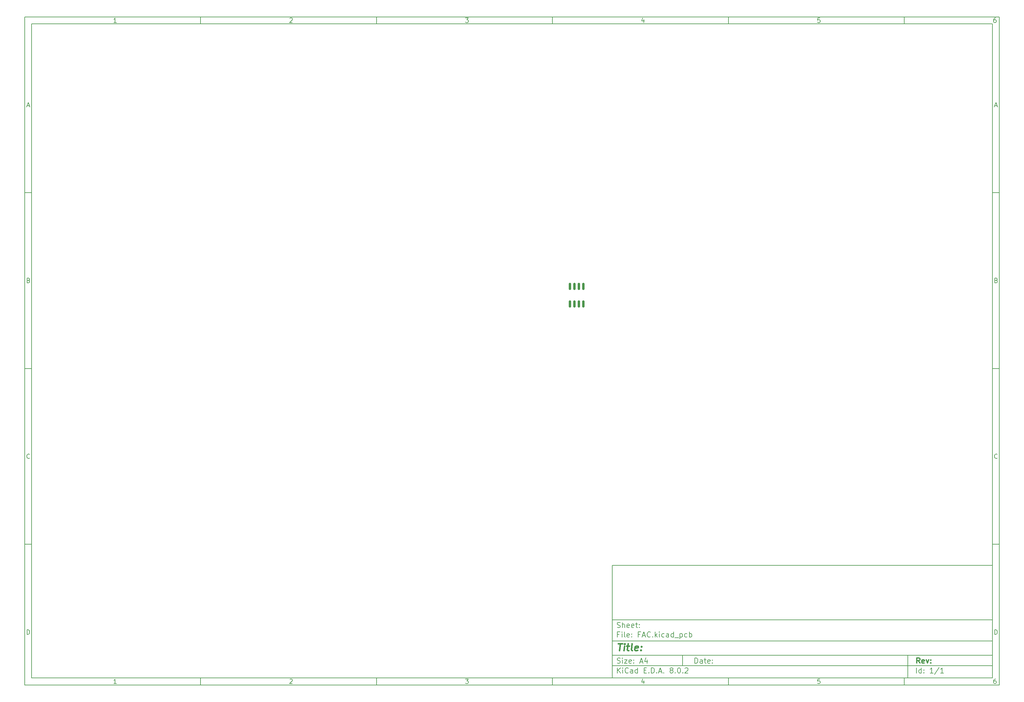
<source format=gbr>
%TF.GenerationSoftware,KiCad,Pcbnew,8.0.2*%
%TF.CreationDate,2024-06-13T18:36:30+05:30*%
%TF.ProjectId,FAC,4641432e-6b69-4636-9164-5f7063625858,rev?*%
%TF.SameCoordinates,Original*%
%TF.FileFunction,Paste,Top*%
%TF.FilePolarity,Positive*%
%FSLAX46Y46*%
G04 Gerber Fmt 4.6, Leading zero omitted, Abs format (unit mm)*
G04 Created by KiCad (PCBNEW 8.0.2) date 2024-06-13 18:36:30*
%MOMM*%
%LPD*%
G01*
G04 APERTURE LIST*
G04 Aperture macros list*
%AMRoundRect*
0 Rectangle with rounded corners*
0 $1 Rounding radius*
0 $2 $3 $4 $5 $6 $7 $8 $9 X,Y pos of 4 corners*
0 Add a 4 corners polygon primitive as box body*
4,1,4,$2,$3,$4,$5,$6,$7,$8,$9,$2,$3,0*
0 Add four circle primitives for the rounded corners*
1,1,$1+$1,$2,$3*
1,1,$1+$1,$4,$5*
1,1,$1+$1,$6,$7*
1,1,$1+$1,$8,$9*
0 Add four rect primitives between the rounded corners*
20,1,$1+$1,$2,$3,$4,$5,0*
20,1,$1+$1,$4,$5,$6,$7,0*
20,1,$1+$1,$6,$7,$8,$9,0*
20,1,$1+$1,$8,$9,$2,$3,0*%
G04 Aperture macros list end*
%ADD10C,0.100000*%
%ADD11C,0.150000*%
%ADD12C,0.300000*%
%ADD13C,0.400000*%
%ADD14RoundRect,0.150000X0.150000X-0.825000X0.150000X0.825000X-0.150000X0.825000X-0.150000X-0.825000X0*%
G04 APERTURE END LIST*
D10*
D11*
X177002200Y-166007200D02*
X285002200Y-166007200D01*
X285002200Y-198007200D01*
X177002200Y-198007200D01*
X177002200Y-166007200D01*
D10*
D11*
X10000000Y-10000000D02*
X287002200Y-10000000D01*
X287002200Y-200007200D01*
X10000000Y-200007200D01*
X10000000Y-10000000D01*
D10*
D11*
X12000000Y-12000000D02*
X285002200Y-12000000D01*
X285002200Y-198007200D01*
X12000000Y-198007200D01*
X12000000Y-12000000D01*
D10*
D11*
X60000000Y-12000000D02*
X60000000Y-10000000D01*
D10*
D11*
X110000000Y-12000000D02*
X110000000Y-10000000D01*
D10*
D11*
X160000000Y-12000000D02*
X160000000Y-10000000D01*
D10*
D11*
X210000000Y-12000000D02*
X210000000Y-10000000D01*
D10*
D11*
X260000000Y-12000000D02*
X260000000Y-10000000D01*
D10*
D11*
X36089160Y-11593604D02*
X35346303Y-11593604D01*
X35717731Y-11593604D02*
X35717731Y-10293604D01*
X35717731Y-10293604D02*
X35593922Y-10479319D01*
X35593922Y-10479319D02*
X35470112Y-10603128D01*
X35470112Y-10603128D02*
X35346303Y-10665033D01*
D10*
D11*
X85346303Y-10417414D02*
X85408207Y-10355509D01*
X85408207Y-10355509D02*
X85532017Y-10293604D01*
X85532017Y-10293604D02*
X85841541Y-10293604D01*
X85841541Y-10293604D02*
X85965350Y-10355509D01*
X85965350Y-10355509D02*
X86027255Y-10417414D01*
X86027255Y-10417414D02*
X86089160Y-10541223D01*
X86089160Y-10541223D02*
X86089160Y-10665033D01*
X86089160Y-10665033D02*
X86027255Y-10850747D01*
X86027255Y-10850747D02*
X85284398Y-11593604D01*
X85284398Y-11593604D02*
X86089160Y-11593604D01*
D10*
D11*
X135284398Y-10293604D02*
X136089160Y-10293604D01*
X136089160Y-10293604D02*
X135655826Y-10788842D01*
X135655826Y-10788842D02*
X135841541Y-10788842D01*
X135841541Y-10788842D02*
X135965350Y-10850747D01*
X135965350Y-10850747D02*
X136027255Y-10912652D01*
X136027255Y-10912652D02*
X136089160Y-11036461D01*
X136089160Y-11036461D02*
X136089160Y-11345985D01*
X136089160Y-11345985D02*
X136027255Y-11469795D01*
X136027255Y-11469795D02*
X135965350Y-11531700D01*
X135965350Y-11531700D02*
X135841541Y-11593604D01*
X135841541Y-11593604D02*
X135470112Y-11593604D01*
X135470112Y-11593604D02*
X135346303Y-11531700D01*
X135346303Y-11531700D02*
X135284398Y-11469795D01*
D10*
D11*
X185965350Y-10726938D02*
X185965350Y-11593604D01*
X185655826Y-10231700D02*
X185346303Y-11160271D01*
X185346303Y-11160271D02*
X186151064Y-11160271D01*
D10*
D11*
X236027255Y-10293604D02*
X235408207Y-10293604D01*
X235408207Y-10293604D02*
X235346303Y-10912652D01*
X235346303Y-10912652D02*
X235408207Y-10850747D01*
X235408207Y-10850747D02*
X235532017Y-10788842D01*
X235532017Y-10788842D02*
X235841541Y-10788842D01*
X235841541Y-10788842D02*
X235965350Y-10850747D01*
X235965350Y-10850747D02*
X236027255Y-10912652D01*
X236027255Y-10912652D02*
X236089160Y-11036461D01*
X236089160Y-11036461D02*
X236089160Y-11345985D01*
X236089160Y-11345985D02*
X236027255Y-11469795D01*
X236027255Y-11469795D02*
X235965350Y-11531700D01*
X235965350Y-11531700D02*
X235841541Y-11593604D01*
X235841541Y-11593604D02*
X235532017Y-11593604D01*
X235532017Y-11593604D02*
X235408207Y-11531700D01*
X235408207Y-11531700D02*
X235346303Y-11469795D01*
D10*
D11*
X285965350Y-10293604D02*
X285717731Y-10293604D01*
X285717731Y-10293604D02*
X285593922Y-10355509D01*
X285593922Y-10355509D02*
X285532017Y-10417414D01*
X285532017Y-10417414D02*
X285408207Y-10603128D01*
X285408207Y-10603128D02*
X285346303Y-10850747D01*
X285346303Y-10850747D02*
X285346303Y-11345985D01*
X285346303Y-11345985D02*
X285408207Y-11469795D01*
X285408207Y-11469795D02*
X285470112Y-11531700D01*
X285470112Y-11531700D02*
X285593922Y-11593604D01*
X285593922Y-11593604D02*
X285841541Y-11593604D01*
X285841541Y-11593604D02*
X285965350Y-11531700D01*
X285965350Y-11531700D02*
X286027255Y-11469795D01*
X286027255Y-11469795D02*
X286089160Y-11345985D01*
X286089160Y-11345985D02*
X286089160Y-11036461D01*
X286089160Y-11036461D02*
X286027255Y-10912652D01*
X286027255Y-10912652D02*
X285965350Y-10850747D01*
X285965350Y-10850747D02*
X285841541Y-10788842D01*
X285841541Y-10788842D02*
X285593922Y-10788842D01*
X285593922Y-10788842D02*
X285470112Y-10850747D01*
X285470112Y-10850747D02*
X285408207Y-10912652D01*
X285408207Y-10912652D02*
X285346303Y-11036461D01*
D10*
D11*
X60000000Y-198007200D02*
X60000000Y-200007200D01*
D10*
D11*
X110000000Y-198007200D02*
X110000000Y-200007200D01*
D10*
D11*
X160000000Y-198007200D02*
X160000000Y-200007200D01*
D10*
D11*
X210000000Y-198007200D02*
X210000000Y-200007200D01*
D10*
D11*
X260000000Y-198007200D02*
X260000000Y-200007200D01*
D10*
D11*
X36089160Y-199600804D02*
X35346303Y-199600804D01*
X35717731Y-199600804D02*
X35717731Y-198300804D01*
X35717731Y-198300804D02*
X35593922Y-198486519D01*
X35593922Y-198486519D02*
X35470112Y-198610328D01*
X35470112Y-198610328D02*
X35346303Y-198672233D01*
D10*
D11*
X85346303Y-198424614D02*
X85408207Y-198362709D01*
X85408207Y-198362709D02*
X85532017Y-198300804D01*
X85532017Y-198300804D02*
X85841541Y-198300804D01*
X85841541Y-198300804D02*
X85965350Y-198362709D01*
X85965350Y-198362709D02*
X86027255Y-198424614D01*
X86027255Y-198424614D02*
X86089160Y-198548423D01*
X86089160Y-198548423D02*
X86089160Y-198672233D01*
X86089160Y-198672233D02*
X86027255Y-198857947D01*
X86027255Y-198857947D02*
X85284398Y-199600804D01*
X85284398Y-199600804D02*
X86089160Y-199600804D01*
D10*
D11*
X135284398Y-198300804D02*
X136089160Y-198300804D01*
X136089160Y-198300804D02*
X135655826Y-198796042D01*
X135655826Y-198796042D02*
X135841541Y-198796042D01*
X135841541Y-198796042D02*
X135965350Y-198857947D01*
X135965350Y-198857947D02*
X136027255Y-198919852D01*
X136027255Y-198919852D02*
X136089160Y-199043661D01*
X136089160Y-199043661D02*
X136089160Y-199353185D01*
X136089160Y-199353185D02*
X136027255Y-199476995D01*
X136027255Y-199476995D02*
X135965350Y-199538900D01*
X135965350Y-199538900D02*
X135841541Y-199600804D01*
X135841541Y-199600804D02*
X135470112Y-199600804D01*
X135470112Y-199600804D02*
X135346303Y-199538900D01*
X135346303Y-199538900D02*
X135284398Y-199476995D01*
D10*
D11*
X185965350Y-198734138D02*
X185965350Y-199600804D01*
X185655826Y-198238900D02*
X185346303Y-199167471D01*
X185346303Y-199167471D02*
X186151064Y-199167471D01*
D10*
D11*
X236027255Y-198300804D02*
X235408207Y-198300804D01*
X235408207Y-198300804D02*
X235346303Y-198919852D01*
X235346303Y-198919852D02*
X235408207Y-198857947D01*
X235408207Y-198857947D02*
X235532017Y-198796042D01*
X235532017Y-198796042D02*
X235841541Y-198796042D01*
X235841541Y-198796042D02*
X235965350Y-198857947D01*
X235965350Y-198857947D02*
X236027255Y-198919852D01*
X236027255Y-198919852D02*
X236089160Y-199043661D01*
X236089160Y-199043661D02*
X236089160Y-199353185D01*
X236089160Y-199353185D02*
X236027255Y-199476995D01*
X236027255Y-199476995D02*
X235965350Y-199538900D01*
X235965350Y-199538900D02*
X235841541Y-199600804D01*
X235841541Y-199600804D02*
X235532017Y-199600804D01*
X235532017Y-199600804D02*
X235408207Y-199538900D01*
X235408207Y-199538900D02*
X235346303Y-199476995D01*
D10*
D11*
X285965350Y-198300804D02*
X285717731Y-198300804D01*
X285717731Y-198300804D02*
X285593922Y-198362709D01*
X285593922Y-198362709D02*
X285532017Y-198424614D01*
X285532017Y-198424614D02*
X285408207Y-198610328D01*
X285408207Y-198610328D02*
X285346303Y-198857947D01*
X285346303Y-198857947D02*
X285346303Y-199353185D01*
X285346303Y-199353185D02*
X285408207Y-199476995D01*
X285408207Y-199476995D02*
X285470112Y-199538900D01*
X285470112Y-199538900D02*
X285593922Y-199600804D01*
X285593922Y-199600804D02*
X285841541Y-199600804D01*
X285841541Y-199600804D02*
X285965350Y-199538900D01*
X285965350Y-199538900D02*
X286027255Y-199476995D01*
X286027255Y-199476995D02*
X286089160Y-199353185D01*
X286089160Y-199353185D02*
X286089160Y-199043661D01*
X286089160Y-199043661D02*
X286027255Y-198919852D01*
X286027255Y-198919852D02*
X285965350Y-198857947D01*
X285965350Y-198857947D02*
X285841541Y-198796042D01*
X285841541Y-198796042D02*
X285593922Y-198796042D01*
X285593922Y-198796042D02*
X285470112Y-198857947D01*
X285470112Y-198857947D02*
X285408207Y-198919852D01*
X285408207Y-198919852D02*
X285346303Y-199043661D01*
D10*
D11*
X10000000Y-60000000D02*
X12000000Y-60000000D01*
D10*
D11*
X10000000Y-110000000D02*
X12000000Y-110000000D01*
D10*
D11*
X10000000Y-160000000D02*
X12000000Y-160000000D01*
D10*
D11*
X10690476Y-35222176D02*
X11309523Y-35222176D01*
X10566666Y-35593604D02*
X10999999Y-34293604D01*
X10999999Y-34293604D02*
X11433333Y-35593604D01*
D10*
D11*
X11092857Y-84912652D02*
X11278571Y-84974557D01*
X11278571Y-84974557D02*
X11340476Y-85036461D01*
X11340476Y-85036461D02*
X11402380Y-85160271D01*
X11402380Y-85160271D02*
X11402380Y-85345985D01*
X11402380Y-85345985D02*
X11340476Y-85469795D01*
X11340476Y-85469795D02*
X11278571Y-85531700D01*
X11278571Y-85531700D02*
X11154761Y-85593604D01*
X11154761Y-85593604D02*
X10659523Y-85593604D01*
X10659523Y-85593604D02*
X10659523Y-84293604D01*
X10659523Y-84293604D02*
X11092857Y-84293604D01*
X11092857Y-84293604D02*
X11216666Y-84355509D01*
X11216666Y-84355509D02*
X11278571Y-84417414D01*
X11278571Y-84417414D02*
X11340476Y-84541223D01*
X11340476Y-84541223D02*
X11340476Y-84665033D01*
X11340476Y-84665033D02*
X11278571Y-84788842D01*
X11278571Y-84788842D02*
X11216666Y-84850747D01*
X11216666Y-84850747D02*
X11092857Y-84912652D01*
X11092857Y-84912652D02*
X10659523Y-84912652D01*
D10*
D11*
X11402380Y-135469795D02*
X11340476Y-135531700D01*
X11340476Y-135531700D02*
X11154761Y-135593604D01*
X11154761Y-135593604D02*
X11030952Y-135593604D01*
X11030952Y-135593604D02*
X10845238Y-135531700D01*
X10845238Y-135531700D02*
X10721428Y-135407890D01*
X10721428Y-135407890D02*
X10659523Y-135284080D01*
X10659523Y-135284080D02*
X10597619Y-135036461D01*
X10597619Y-135036461D02*
X10597619Y-134850747D01*
X10597619Y-134850747D02*
X10659523Y-134603128D01*
X10659523Y-134603128D02*
X10721428Y-134479319D01*
X10721428Y-134479319D02*
X10845238Y-134355509D01*
X10845238Y-134355509D02*
X11030952Y-134293604D01*
X11030952Y-134293604D02*
X11154761Y-134293604D01*
X11154761Y-134293604D02*
X11340476Y-134355509D01*
X11340476Y-134355509D02*
X11402380Y-134417414D01*
D10*
D11*
X10659523Y-185593604D02*
X10659523Y-184293604D01*
X10659523Y-184293604D02*
X10969047Y-184293604D01*
X10969047Y-184293604D02*
X11154761Y-184355509D01*
X11154761Y-184355509D02*
X11278571Y-184479319D01*
X11278571Y-184479319D02*
X11340476Y-184603128D01*
X11340476Y-184603128D02*
X11402380Y-184850747D01*
X11402380Y-184850747D02*
X11402380Y-185036461D01*
X11402380Y-185036461D02*
X11340476Y-185284080D01*
X11340476Y-185284080D02*
X11278571Y-185407890D01*
X11278571Y-185407890D02*
X11154761Y-185531700D01*
X11154761Y-185531700D02*
X10969047Y-185593604D01*
X10969047Y-185593604D02*
X10659523Y-185593604D01*
D10*
D11*
X287002200Y-60000000D02*
X285002200Y-60000000D01*
D10*
D11*
X287002200Y-110000000D02*
X285002200Y-110000000D01*
D10*
D11*
X287002200Y-160000000D02*
X285002200Y-160000000D01*
D10*
D11*
X285692676Y-35222176D02*
X286311723Y-35222176D01*
X285568866Y-35593604D02*
X286002199Y-34293604D01*
X286002199Y-34293604D02*
X286435533Y-35593604D01*
D10*
D11*
X286095057Y-84912652D02*
X286280771Y-84974557D01*
X286280771Y-84974557D02*
X286342676Y-85036461D01*
X286342676Y-85036461D02*
X286404580Y-85160271D01*
X286404580Y-85160271D02*
X286404580Y-85345985D01*
X286404580Y-85345985D02*
X286342676Y-85469795D01*
X286342676Y-85469795D02*
X286280771Y-85531700D01*
X286280771Y-85531700D02*
X286156961Y-85593604D01*
X286156961Y-85593604D02*
X285661723Y-85593604D01*
X285661723Y-85593604D02*
X285661723Y-84293604D01*
X285661723Y-84293604D02*
X286095057Y-84293604D01*
X286095057Y-84293604D02*
X286218866Y-84355509D01*
X286218866Y-84355509D02*
X286280771Y-84417414D01*
X286280771Y-84417414D02*
X286342676Y-84541223D01*
X286342676Y-84541223D02*
X286342676Y-84665033D01*
X286342676Y-84665033D02*
X286280771Y-84788842D01*
X286280771Y-84788842D02*
X286218866Y-84850747D01*
X286218866Y-84850747D02*
X286095057Y-84912652D01*
X286095057Y-84912652D02*
X285661723Y-84912652D01*
D10*
D11*
X286404580Y-135469795D02*
X286342676Y-135531700D01*
X286342676Y-135531700D02*
X286156961Y-135593604D01*
X286156961Y-135593604D02*
X286033152Y-135593604D01*
X286033152Y-135593604D02*
X285847438Y-135531700D01*
X285847438Y-135531700D02*
X285723628Y-135407890D01*
X285723628Y-135407890D02*
X285661723Y-135284080D01*
X285661723Y-135284080D02*
X285599819Y-135036461D01*
X285599819Y-135036461D02*
X285599819Y-134850747D01*
X285599819Y-134850747D02*
X285661723Y-134603128D01*
X285661723Y-134603128D02*
X285723628Y-134479319D01*
X285723628Y-134479319D02*
X285847438Y-134355509D01*
X285847438Y-134355509D02*
X286033152Y-134293604D01*
X286033152Y-134293604D02*
X286156961Y-134293604D01*
X286156961Y-134293604D02*
X286342676Y-134355509D01*
X286342676Y-134355509D02*
X286404580Y-134417414D01*
D10*
D11*
X285661723Y-185593604D02*
X285661723Y-184293604D01*
X285661723Y-184293604D02*
X285971247Y-184293604D01*
X285971247Y-184293604D02*
X286156961Y-184355509D01*
X286156961Y-184355509D02*
X286280771Y-184479319D01*
X286280771Y-184479319D02*
X286342676Y-184603128D01*
X286342676Y-184603128D02*
X286404580Y-184850747D01*
X286404580Y-184850747D02*
X286404580Y-185036461D01*
X286404580Y-185036461D02*
X286342676Y-185284080D01*
X286342676Y-185284080D02*
X286280771Y-185407890D01*
X286280771Y-185407890D02*
X286156961Y-185531700D01*
X286156961Y-185531700D02*
X285971247Y-185593604D01*
X285971247Y-185593604D02*
X285661723Y-185593604D01*
D10*
D11*
X200458026Y-193793328D02*
X200458026Y-192293328D01*
X200458026Y-192293328D02*
X200815169Y-192293328D01*
X200815169Y-192293328D02*
X201029455Y-192364757D01*
X201029455Y-192364757D02*
X201172312Y-192507614D01*
X201172312Y-192507614D02*
X201243741Y-192650471D01*
X201243741Y-192650471D02*
X201315169Y-192936185D01*
X201315169Y-192936185D02*
X201315169Y-193150471D01*
X201315169Y-193150471D02*
X201243741Y-193436185D01*
X201243741Y-193436185D02*
X201172312Y-193579042D01*
X201172312Y-193579042D02*
X201029455Y-193721900D01*
X201029455Y-193721900D02*
X200815169Y-193793328D01*
X200815169Y-193793328D02*
X200458026Y-193793328D01*
X202600884Y-193793328D02*
X202600884Y-193007614D01*
X202600884Y-193007614D02*
X202529455Y-192864757D01*
X202529455Y-192864757D02*
X202386598Y-192793328D01*
X202386598Y-192793328D02*
X202100884Y-192793328D01*
X202100884Y-192793328D02*
X201958026Y-192864757D01*
X202600884Y-193721900D02*
X202458026Y-193793328D01*
X202458026Y-193793328D02*
X202100884Y-193793328D01*
X202100884Y-193793328D02*
X201958026Y-193721900D01*
X201958026Y-193721900D02*
X201886598Y-193579042D01*
X201886598Y-193579042D02*
X201886598Y-193436185D01*
X201886598Y-193436185D02*
X201958026Y-193293328D01*
X201958026Y-193293328D02*
X202100884Y-193221900D01*
X202100884Y-193221900D02*
X202458026Y-193221900D01*
X202458026Y-193221900D02*
X202600884Y-193150471D01*
X203100884Y-192793328D02*
X203672312Y-192793328D01*
X203315169Y-192293328D02*
X203315169Y-193579042D01*
X203315169Y-193579042D02*
X203386598Y-193721900D01*
X203386598Y-193721900D02*
X203529455Y-193793328D01*
X203529455Y-193793328D02*
X203672312Y-193793328D01*
X204743741Y-193721900D02*
X204600884Y-193793328D01*
X204600884Y-193793328D02*
X204315170Y-193793328D01*
X204315170Y-193793328D02*
X204172312Y-193721900D01*
X204172312Y-193721900D02*
X204100884Y-193579042D01*
X204100884Y-193579042D02*
X204100884Y-193007614D01*
X204100884Y-193007614D02*
X204172312Y-192864757D01*
X204172312Y-192864757D02*
X204315170Y-192793328D01*
X204315170Y-192793328D02*
X204600884Y-192793328D01*
X204600884Y-192793328D02*
X204743741Y-192864757D01*
X204743741Y-192864757D02*
X204815170Y-193007614D01*
X204815170Y-193007614D02*
X204815170Y-193150471D01*
X204815170Y-193150471D02*
X204100884Y-193293328D01*
X205458026Y-193650471D02*
X205529455Y-193721900D01*
X205529455Y-193721900D02*
X205458026Y-193793328D01*
X205458026Y-193793328D02*
X205386598Y-193721900D01*
X205386598Y-193721900D02*
X205458026Y-193650471D01*
X205458026Y-193650471D02*
X205458026Y-193793328D01*
X205458026Y-192864757D02*
X205529455Y-192936185D01*
X205529455Y-192936185D02*
X205458026Y-193007614D01*
X205458026Y-193007614D02*
X205386598Y-192936185D01*
X205386598Y-192936185D02*
X205458026Y-192864757D01*
X205458026Y-192864757D02*
X205458026Y-193007614D01*
D10*
D11*
X177002200Y-194507200D02*
X285002200Y-194507200D01*
D10*
D11*
X178458026Y-196593328D02*
X178458026Y-195093328D01*
X179315169Y-196593328D02*
X178672312Y-195736185D01*
X179315169Y-195093328D02*
X178458026Y-195950471D01*
X179958026Y-196593328D02*
X179958026Y-195593328D01*
X179958026Y-195093328D02*
X179886598Y-195164757D01*
X179886598Y-195164757D02*
X179958026Y-195236185D01*
X179958026Y-195236185D02*
X180029455Y-195164757D01*
X180029455Y-195164757D02*
X179958026Y-195093328D01*
X179958026Y-195093328D02*
X179958026Y-195236185D01*
X181529455Y-196450471D02*
X181458027Y-196521900D01*
X181458027Y-196521900D02*
X181243741Y-196593328D01*
X181243741Y-196593328D02*
X181100884Y-196593328D01*
X181100884Y-196593328D02*
X180886598Y-196521900D01*
X180886598Y-196521900D02*
X180743741Y-196379042D01*
X180743741Y-196379042D02*
X180672312Y-196236185D01*
X180672312Y-196236185D02*
X180600884Y-195950471D01*
X180600884Y-195950471D02*
X180600884Y-195736185D01*
X180600884Y-195736185D02*
X180672312Y-195450471D01*
X180672312Y-195450471D02*
X180743741Y-195307614D01*
X180743741Y-195307614D02*
X180886598Y-195164757D01*
X180886598Y-195164757D02*
X181100884Y-195093328D01*
X181100884Y-195093328D02*
X181243741Y-195093328D01*
X181243741Y-195093328D02*
X181458027Y-195164757D01*
X181458027Y-195164757D02*
X181529455Y-195236185D01*
X182815170Y-196593328D02*
X182815170Y-195807614D01*
X182815170Y-195807614D02*
X182743741Y-195664757D01*
X182743741Y-195664757D02*
X182600884Y-195593328D01*
X182600884Y-195593328D02*
X182315170Y-195593328D01*
X182315170Y-195593328D02*
X182172312Y-195664757D01*
X182815170Y-196521900D02*
X182672312Y-196593328D01*
X182672312Y-196593328D02*
X182315170Y-196593328D01*
X182315170Y-196593328D02*
X182172312Y-196521900D01*
X182172312Y-196521900D02*
X182100884Y-196379042D01*
X182100884Y-196379042D02*
X182100884Y-196236185D01*
X182100884Y-196236185D02*
X182172312Y-196093328D01*
X182172312Y-196093328D02*
X182315170Y-196021900D01*
X182315170Y-196021900D02*
X182672312Y-196021900D01*
X182672312Y-196021900D02*
X182815170Y-195950471D01*
X184172313Y-196593328D02*
X184172313Y-195093328D01*
X184172313Y-196521900D02*
X184029455Y-196593328D01*
X184029455Y-196593328D02*
X183743741Y-196593328D01*
X183743741Y-196593328D02*
X183600884Y-196521900D01*
X183600884Y-196521900D02*
X183529455Y-196450471D01*
X183529455Y-196450471D02*
X183458027Y-196307614D01*
X183458027Y-196307614D02*
X183458027Y-195879042D01*
X183458027Y-195879042D02*
X183529455Y-195736185D01*
X183529455Y-195736185D02*
X183600884Y-195664757D01*
X183600884Y-195664757D02*
X183743741Y-195593328D01*
X183743741Y-195593328D02*
X184029455Y-195593328D01*
X184029455Y-195593328D02*
X184172313Y-195664757D01*
X186029455Y-195807614D02*
X186529455Y-195807614D01*
X186743741Y-196593328D02*
X186029455Y-196593328D01*
X186029455Y-196593328D02*
X186029455Y-195093328D01*
X186029455Y-195093328D02*
X186743741Y-195093328D01*
X187386598Y-196450471D02*
X187458027Y-196521900D01*
X187458027Y-196521900D02*
X187386598Y-196593328D01*
X187386598Y-196593328D02*
X187315170Y-196521900D01*
X187315170Y-196521900D02*
X187386598Y-196450471D01*
X187386598Y-196450471D02*
X187386598Y-196593328D01*
X188100884Y-196593328D02*
X188100884Y-195093328D01*
X188100884Y-195093328D02*
X188458027Y-195093328D01*
X188458027Y-195093328D02*
X188672313Y-195164757D01*
X188672313Y-195164757D02*
X188815170Y-195307614D01*
X188815170Y-195307614D02*
X188886599Y-195450471D01*
X188886599Y-195450471D02*
X188958027Y-195736185D01*
X188958027Y-195736185D02*
X188958027Y-195950471D01*
X188958027Y-195950471D02*
X188886599Y-196236185D01*
X188886599Y-196236185D02*
X188815170Y-196379042D01*
X188815170Y-196379042D02*
X188672313Y-196521900D01*
X188672313Y-196521900D02*
X188458027Y-196593328D01*
X188458027Y-196593328D02*
X188100884Y-196593328D01*
X189600884Y-196450471D02*
X189672313Y-196521900D01*
X189672313Y-196521900D02*
X189600884Y-196593328D01*
X189600884Y-196593328D02*
X189529456Y-196521900D01*
X189529456Y-196521900D02*
X189600884Y-196450471D01*
X189600884Y-196450471D02*
X189600884Y-196593328D01*
X190243742Y-196164757D02*
X190958028Y-196164757D01*
X190100885Y-196593328D02*
X190600885Y-195093328D01*
X190600885Y-195093328D02*
X191100885Y-196593328D01*
X191600884Y-196450471D02*
X191672313Y-196521900D01*
X191672313Y-196521900D02*
X191600884Y-196593328D01*
X191600884Y-196593328D02*
X191529456Y-196521900D01*
X191529456Y-196521900D02*
X191600884Y-196450471D01*
X191600884Y-196450471D02*
X191600884Y-196593328D01*
X193672313Y-195736185D02*
X193529456Y-195664757D01*
X193529456Y-195664757D02*
X193458027Y-195593328D01*
X193458027Y-195593328D02*
X193386599Y-195450471D01*
X193386599Y-195450471D02*
X193386599Y-195379042D01*
X193386599Y-195379042D02*
X193458027Y-195236185D01*
X193458027Y-195236185D02*
X193529456Y-195164757D01*
X193529456Y-195164757D02*
X193672313Y-195093328D01*
X193672313Y-195093328D02*
X193958027Y-195093328D01*
X193958027Y-195093328D02*
X194100885Y-195164757D01*
X194100885Y-195164757D02*
X194172313Y-195236185D01*
X194172313Y-195236185D02*
X194243742Y-195379042D01*
X194243742Y-195379042D02*
X194243742Y-195450471D01*
X194243742Y-195450471D02*
X194172313Y-195593328D01*
X194172313Y-195593328D02*
X194100885Y-195664757D01*
X194100885Y-195664757D02*
X193958027Y-195736185D01*
X193958027Y-195736185D02*
X193672313Y-195736185D01*
X193672313Y-195736185D02*
X193529456Y-195807614D01*
X193529456Y-195807614D02*
X193458027Y-195879042D01*
X193458027Y-195879042D02*
X193386599Y-196021900D01*
X193386599Y-196021900D02*
X193386599Y-196307614D01*
X193386599Y-196307614D02*
X193458027Y-196450471D01*
X193458027Y-196450471D02*
X193529456Y-196521900D01*
X193529456Y-196521900D02*
X193672313Y-196593328D01*
X193672313Y-196593328D02*
X193958027Y-196593328D01*
X193958027Y-196593328D02*
X194100885Y-196521900D01*
X194100885Y-196521900D02*
X194172313Y-196450471D01*
X194172313Y-196450471D02*
X194243742Y-196307614D01*
X194243742Y-196307614D02*
X194243742Y-196021900D01*
X194243742Y-196021900D02*
X194172313Y-195879042D01*
X194172313Y-195879042D02*
X194100885Y-195807614D01*
X194100885Y-195807614D02*
X193958027Y-195736185D01*
X194886598Y-196450471D02*
X194958027Y-196521900D01*
X194958027Y-196521900D02*
X194886598Y-196593328D01*
X194886598Y-196593328D02*
X194815170Y-196521900D01*
X194815170Y-196521900D02*
X194886598Y-196450471D01*
X194886598Y-196450471D02*
X194886598Y-196593328D01*
X195886599Y-195093328D02*
X196029456Y-195093328D01*
X196029456Y-195093328D02*
X196172313Y-195164757D01*
X196172313Y-195164757D02*
X196243742Y-195236185D01*
X196243742Y-195236185D02*
X196315170Y-195379042D01*
X196315170Y-195379042D02*
X196386599Y-195664757D01*
X196386599Y-195664757D02*
X196386599Y-196021900D01*
X196386599Y-196021900D02*
X196315170Y-196307614D01*
X196315170Y-196307614D02*
X196243742Y-196450471D01*
X196243742Y-196450471D02*
X196172313Y-196521900D01*
X196172313Y-196521900D02*
X196029456Y-196593328D01*
X196029456Y-196593328D02*
X195886599Y-196593328D01*
X195886599Y-196593328D02*
X195743742Y-196521900D01*
X195743742Y-196521900D02*
X195672313Y-196450471D01*
X195672313Y-196450471D02*
X195600884Y-196307614D01*
X195600884Y-196307614D02*
X195529456Y-196021900D01*
X195529456Y-196021900D02*
X195529456Y-195664757D01*
X195529456Y-195664757D02*
X195600884Y-195379042D01*
X195600884Y-195379042D02*
X195672313Y-195236185D01*
X195672313Y-195236185D02*
X195743742Y-195164757D01*
X195743742Y-195164757D02*
X195886599Y-195093328D01*
X197029455Y-196450471D02*
X197100884Y-196521900D01*
X197100884Y-196521900D02*
X197029455Y-196593328D01*
X197029455Y-196593328D02*
X196958027Y-196521900D01*
X196958027Y-196521900D02*
X197029455Y-196450471D01*
X197029455Y-196450471D02*
X197029455Y-196593328D01*
X197672313Y-195236185D02*
X197743741Y-195164757D01*
X197743741Y-195164757D02*
X197886599Y-195093328D01*
X197886599Y-195093328D02*
X198243741Y-195093328D01*
X198243741Y-195093328D02*
X198386599Y-195164757D01*
X198386599Y-195164757D02*
X198458027Y-195236185D01*
X198458027Y-195236185D02*
X198529456Y-195379042D01*
X198529456Y-195379042D02*
X198529456Y-195521900D01*
X198529456Y-195521900D02*
X198458027Y-195736185D01*
X198458027Y-195736185D02*
X197600884Y-196593328D01*
X197600884Y-196593328D02*
X198529456Y-196593328D01*
D10*
D11*
X177002200Y-191507200D02*
X285002200Y-191507200D01*
D10*
D12*
X264413853Y-193785528D02*
X263913853Y-193071242D01*
X263556710Y-193785528D02*
X263556710Y-192285528D01*
X263556710Y-192285528D02*
X264128139Y-192285528D01*
X264128139Y-192285528D02*
X264270996Y-192356957D01*
X264270996Y-192356957D02*
X264342425Y-192428385D01*
X264342425Y-192428385D02*
X264413853Y-192571242D01*
X264413853Y-192571242D02*
X264413853Y-192785528D01*
X264413853Y-192785528D02*
X264342425Y-192928385D01*
X264342425Y-192928385D02*
X264270996Y-192999814D01*
X264270996Y-192999814D02*
X264128139Y-193071242D01*
X264128139Y-193071242D02*
X263556710Y-193071242D01*
X265628139Y-193714100D02*
X265485282Y-193785528D01*
X265485282Y-193785528D02*
X265199568Y-193785528D01*
X265199568Y-193785528D02*
X265056710Y-193714100D01*
X265056710Y-193714100D02*
X264985282Y-193571242D01*
X264985282Y-193571242D02*
X264985282Y-192999814D01*
X264985282Y-192999814D02*
X265056710Y-192856957D01*
X265056710Y-192856957D02*
X265199568Y-192785528D01*
X265199568Y-192785528D02*
X265485282Y-192785528D01*
X265485282Y-192785528D02*
X265628139Y-192856957D01*
X265628139Y-192856957D02*
X265699568Y-192999814D01*
X265699568Y-192999814D02*
X265699568Y-193142671D01*
X265699568Y-193142671D02*
X264985282Y-193285528D01*
X266199567Y-192785528D02*
X266556710Y-193785528D01*
X266556710Y-193785528D02*
X266913853Y-192785528D01*
X267485281Y-193642671D02*
X267556710Y-193714100D01*
X267556710Y-193714100D02*
X267485281Y-193785528D01*
X267485281Y-193785528D02*
X267413853Y-193714100D01*
X267413853Y-193714100D02*
X267485281Y-193642671D01*
X267485281Y-193642671D02*
X267485281Y-193785528D01*
X267485281Y-192856957D02*
X267556710Y-192928385D01*
X267556710Y-192928385D02*
X267485281Y-192999814D01*
X267485281Y-192999814D02*
X267413853Y-192928385D01*
X267413853Y-192928385D02*
X267485281Y-192856957D01*
X267485281Y-192856957D02*
X267485281Y-192999814D01*
D10*
D11*
X178386598Y-193721900D02*
X178600884Y-193793328D01*
X178600884Y-193793328D02*
X178958026Y-193793328D01*
X178958026Y-193793328D02*
X179100884Y-193721900D01*
X179100884Y-193721900D02*
X179172312Y-193650471D01*
X179172312Y-193650471D02*
X179243741Y-193507614D01*
X179243741Y-193507614D02*
X179243741Y-193364757D01*
X179243741Y-193364757D02*
X179172312Y-193221900D01*
X179172312Y-193221900D02*
X179100884Y-193150471D01*
X179100884Y-193150471D02*
X178958026Y-193079042D01*
X178958026Y-193079042D02*
X178672312Y-193007614D01*
X178672312Y-193007614D02*
X178529455Y-192936185D01*
X178529455Y-192936185D02*
X178458026Y-192864757D01*
X178458026Y-192864757D02*
X178386598Y-192721900D01*
X178386598Y-192721900D02*
X178386598Y-192579042D01*
X178386598Y-192579042D02*
X178458026Y-192436185D01*
X178458026Y-192436185D02*
X178529455Y-192364757D01*
X178529455Y-192364757D02*
X178672312Y-192293328D01*
X178672312Y-192293328D02*
X179029455Y-192293328D01*
X179029455Y-192293328D02*
X179243741Y-192364757D01*
X179886597Y-193793328D02*
X179886597Y-192793328D01*
X179886597Y-192293328D02*
X179815169Y-192364757D01*
X179815169Y-192364757D02*
X179886597Y-192436185D01*
X179886597Y-192436185D02*
X179958026Y-192364757D01*
X179958026Y-192364757D02*
X179886597Y-192293328D01*
X179886597Y-192293328D02*
X179886597Y-192436185D01*
X180458026Y-192793328D02*
X181243741Y-192793328D01*
X181243741Y-192793328D02*
X180458026Y-193793328D01*
X180458026Y-193793328D02*
X181243741Y-193793328D01*
X182386598Y-193721900D02*
X182243741Y-193793328D01*
X182243741Y-193793328D02*
X181958027Y-193793328D01*
X181958027Y-193793328D02*
X181815169Y-193721900D01*
X181815169Y-193721900D02*
X181743741Y-193579042D01*
X181743741Y-193579042D02*
X181743741Y-193007614D01*
X181743741Y-193007614D02*
X181815169Y-192864757D01*
X181815169Y-192864757D02*
X181958027Y-192793328D01*
X181958027Y-192793328D02*
X182243741Y-192793328D01*
X182243741Y-192793328D02*
X182386598Y-192864757D01*
X182386598Y-192864757D02*
X182458027Y-193007614D01*
X182458027Y-193007614D02*
X182458027Y-193150471D01*
X182458027Y-193150471D02*
X181743741Y-193293328D01*
X183100883Y-193650471D02*
X183172312Y-193721900D01*
X183172312Y-193721900D02*
X183100883Y-193793328D01*
X183100883Y-193793328D02*
X183029455Y-193721900D01*
X183029455Y-193721900D02*
X183100883Y-193650471D01*
X183100883Y-193650471D02*
X183100883Y-193793328D01*
X183100883Y-192864757D02*
X183172312Y-192936185D01*
X183172312Y-192936185D02*
X183100883Y-193007614D01*
X183100883Y-193007614D02*
X183029455Y-192936185D01*
X183029455Y-192936185D02*
X183100883Y-192864757D01*
X183100883Y-192864757D02*
X183100883Y-193007614D01*
X184886598Y-193364757D02*
X185600884Y-193364757D01*
X184743741Y-193793328D02*
X185243741Y-192293328D01*
X185243741Y-192293328D02*
X185743741Y-193793328D01*
X186886598Y-192793328D02*
X186886598Y-193793328D01*
X186529455Y-192221900D02*
X186172312Y-193293328D01*
X186172312Y-193293328D02*
X187100883Y-193293328D01*
D10*
D11*
X263458026Y-196593328D02*
X263458026Y-195093328D01*
X264815170Y-196593328D02*
X264815170Y-195093328D01*
X264815170Y-196521900D02*
X264672312Y-196593328D01*
X264672312Y-196593328D02*
X264386598Y-196593328D01*
X264386598Y-196593328D02*
X264243741Y-196521900D01*
X264243741Y-196521900D02*
X264172312Y-196450471D01*
X264172312Y-196450471D02*
X264100884Y-196307614D01*
X264100884Y-196307614D02*
X264100884Y-195879042D01*
X264100884Y-195879042D02*
X264172312Y-195736185D01*
X264172312Y-195736185D02*
X264243741Y-195664757D01*
X264243741Y-195664757D02*
X264386598Y-195593328D01*
X264386598Y-195593328D02*
X264672312Y-195593328D01*
X264672312Y-195593328D02*
X264815170Y-195664757D01*
X265529455Y-196450471D02*
X265600884Y-196521900D01*
X265600884Y-196521900D02*
X265529455Y-196593328D01*
X265529455Y-196593328D02*
X265458027Y-196521900D01*
X265458027Y-196521900D02*
X265529455Y-196450471D01*
X265529455Y-196450471D02*
X265529455Y-196593328D01*
X265529455Y-195664757D02*
X265600884Y-195736185D01*
X265600884Y-195736185D02*
X265529455Y-195807614D01*
X265529455Y-195807614D02*
X265458027Y-195736185D01*
X265458027Y-195736185D02*
X265529455Y-195664757D01*
X265529455Y-195664757D02*
X265529455Y-195807614D01*
X268172313Y-196593328D02*
X267315170Y-196593328D01*
X267743741Y-196593328D02*
X267743741Y-195093328D01*
X267743741Y-195093328D02*
X267600884Y-195307614D01*
X267600884Y-195307614D02*
X267458027Y-195450471D01*
X267458027Y-195450471D02*
X267315170Y-195521900D01*
X269886598Y-195021900D02*
X268600884Y-196950471D01*
X271172313Y-196593328D02*
X270315170Y-196593328D01*
X270743741Y-196593328D02*
X270743741Y-195093328D01*
X270743741Y-195093328D02*
X270600884Y-195307614D01*
X270600884Y-195307614D02*
X270458027Y-195450471D01*
X270458027Y-195450471D02*
X270315170Y-195521900D01*
D10*
D11*
X177002200Y-187507200D02*
X285002200Y-187507200D01*
D10*
D13*
X178693928Y-188211638D02*
X179836785Y-188211638D01*
X179015357Y-190211638D02*
X179265357Y-188211638D01*
X180253452Y-190211638D02*
X180420119Y-188878304D01*
X180503452Y-188211638D02*
X180396309Y-188306876D01*
X180396309Y-188306876D02*
X180479643Y-188402114D01*
X180479643Y-188402114D02*
X180586786Y-188306876D01*
X180586786Y-188306876D02*
X180503452Y-188211638D01*
X180503452Y-188211638D02*
X180479643Y-188402114D01*
X181086786Y-188878304D02*
X181848690Y-188878304D01*
X181455833Y-188211638D02*
X181241548Y-189925923D01*
X181241548Y-189925923D02*
X181312976Y-190116400D01*
X181312976Y-190116400D02*
X181491548Y-190211638D01*
X181491548Y-190211638D02*
X181682024Y-190211638D01*
X182634405Y-190211638D02*
X182455833Y-190116400D01*
X182455833Y-190116400D02*
X182384405Y-189925923D01*
X182384405Y-189925923D02*
X182598690Y-188211638D01*
X184170119Y-190116400D02*
X183967738Y-190211638D01*
X183967738Y-190211638D02*
X183586785Y-190211638D01*
X183586785Y-190211638D02*
X183408214Y-190116400D01*
X183408214Y-190116400D02*
X183336785Y-189925923D01*
X183336785Y-189925923D02*
X183432024Y-189164019D01*
X183432024Y-189164019D02*
X183551071Y-188973542D01*
X183551071Y-188973542D02*
X183753452Y-188878304D01*
X183753452Y-188878304D02*
X184134404Y-188878304D01*
X184134404Y-188878304D02*
X184312976Y-188973542D01*
X184312976Y-188973542D02*
X184384404Y-189164019D01*
X184384404Y-189164019D02*
X184360595Y-189354495D01*
X184360595Y-189354495D02*
X183384404Y-189544971D01*
X185134405Y-190021161D02*
X185217738Y-190116400D01*
X185217738Y-190116400D02*
X185110595Y-190211638D01*
X185110595Y-190211638D02*
X185027262Y-190116400D01*
X185027262Y-190116400D02*
X185134405Y-190021161D01*
X185134405Y-190021161D02*
X185110595Y-190211638D01*
X185265357Y-188973542D02*
X185348690Y-189068780D01*
X185348690Y-189068780D02*
X185241548Y-189164019D01*
X185241548Y-189164019D02*
X185158214Y-189068780D01*
X185158214Y-189068780D02*
X185265357Y-188973542D01*
X185265357Y-188973542D02*
X185241548Y-189164019D01*
D10*
D11*
X178958026Y-185607614D02*
X178458026Y-185607614D01*
X178458026Y-186393328D02*
X178458026Y-184893328D01*
X178458026Y-184893328D02*
X179172312Y-184893328D01*
X179743740Y-186393328D02*
X179743740Y-185393328D01*
X179743740Y-184893328D02*
X179672312Y-184964757D01*
X179672312Y-184964757D02*
X179743740Y-185036185D01*
X179743740Y-185036185D02*
X179815169Y-184964757D01*
X179815169Y-184964757D02*
X179743740Y-184893328D01*
X179743740Y-184893328D02*
X179743740Y-185036185D01*
X180672312Y-186393328D02*
X180529455Y-186321900D01*
X180529455Y-186321900D02*
X180458026Y-186179042D01*
X180458026Y-186179042D02*
X180458026Y-184893328D01*
X181815169Y-186321900D02*
X181672312Y-186393328D01*
X181672312Y-186393328D02*
X181386598Y-186393328D01*
X181386598Y-186393328D02*
X181243740Y-186321900D01*
X181243740Y-186321900D02*
X181172312Y-186179042D01*
X181172312Y-186179042D02*
X181172312Y-185607614D01*
X181172312Y-185607614D02*
X181243740Y-185464757D01*
X181243740Y-185464757D02*
X181386598Y-185393328D01*
X181386598Y-185393328D02*
X181672312Y-185393328D01*
X181672312Y-185393328D02*
X181815169Y-185464757D01*
X181815169Y-185464757D02*
X181886598Y-185607614D01*
X181886598Y-185607614D02*
X181886598Y-185750471D01*
X181886598Y-185750471D02*
X181172312Y-185893328D01*
X182529454Y-186250471D02*
X182600883Y-186321900D01*
X182600883Y-186321900D02*
X182529454Y-186393328D01*
X182529454Y-186393328D02*
X182458026Y-186321900D01*
X182458026Y-186321900D02*
X182529454Y-186250471D01*
X182529454Y-186250471D02*
X182529454Y-186393328D01*
X182529454Y-185464757D02*
X182600883Y-185536185D01*
X182600883Y-185536185D02*
X182529454Y-185607614D01*
X182529454Y-185607614D02*
X182458026Y-185536185D01*
X182458026Y-185536185D02*
X182529454Y-185464757D01*
X182529454Y-185464757D02*
X182529454Y-185607614D01*
X184886597Y-185607614D02*
X184386597Y-185607614D01*
X184386597Y-186393328D02*
X184386597Y-184893328D01*
X184386597Y-184893328D02*
X185100883Y-184893328D01*
X185600883Y-185964757D02*
X186315169Y-185964757D01*
X185458026Y-186393328D02*
X185958026Y-184893328D01*
X185958026Y-184893328D02*
X186458026Y-186393328D01*
X187815168Y-186250471D02*
X187743740Y-186321900D01*
X187743740Y-186321900D02*
X187529454Y-186393328D01*
X187529454Y-186393328D02*
X187386597Y-186393328D01*
X187386597Y-186393328D02*
X187172311Y-186321900D01*
X187172311Y-186321900D02*
X187029454Y-186179042D01*
X187029454Y-186179042D02*
X186958025Y-186036185D01*
X186958025Y-186036185D02*
X186886597Y-185750471D01*
X186886597Y-185750471D02*
X186886597Y-185536185D01*
X186886597Y-185536185D02*
X186958025Y-185250471D01*
X186958025Y-185250471D02*
X187029454Y-185107614D01*
X187029454Y-185107614D02*
X187172311Y-184964757D01*
X187172311Y-184964757D02*
X187386597Y-184893328D01*
X187386597Y-184893328D02*
X187529454Y-184893328D01*
X187529454Y-184893328D02*
X187743740Y-184964757D01*
X187743740Y-184964757D02*
X187815168Y-185036185D01*
X188458025Y-186250471D02*
X188529454Y-186321900D01*
X188529454Y-186321900D02*
X188458025Y-186393328D01*
X188458025Y-186393328D02*
X188386597Y-186321900D01*
X188386597Y-186321900D02*
X188458025Y-186250471D01*
X188458025Y-186250471D02*
X188458025Y-186393328D01*
X189172311Y-186393328D02*
X189172311Y-184893328D01*
X189315169Y-185821900D02*
X189743740Y-186393328D01*
X189743740Y-185393328D02*
X189172311Y-185964757D01*
X190386597Y-186393328D02*
X190386597Y-185393328D01*
X190386597Y-184893328D02*
X190315169Y-184964757D01*
X190315169Y-184964757D02*
X190386597Y-185036185D01*
X190386597Y-185036185D02*
X190458026Y-184964757D01*
X190458026Y-184964757D02*
X190386597Y-184893328D01*
X190386597Y-184893328D02*
X190386597Y-185036185D01*
X191743741Y-186321900D02*
X191600883Y-186393328D01*
X191600883Y-186393328D02*
X191315169Y-186393328D01*
X191315169Y-186393328D02*
X191172312Y-186321900D01*
X191172312Y-186321900D02*
X191100883Y-186250471D01*
X191100883Y-186250471D02*
X191029455Y-186107614D01*
X191029455Y-186107614D02*
X191029455Y-185679042D01*
X191029455Y-185679042D02*
X191100883Y-185536185D01*
X191100883Y-185536185D02*
X191172312Y-185464757D01*
X191172312Y-185464757D02*
X191315169Y-185393328D01*
X191315169Y-185393328D02*
X191600883Y-185393328D01*
X191600883Y-185393328D02*
X191743741Y-185464757D01*
X193029455Y-186393328D02*
X193029455Y-185607614D01*
X193029455Y-185607614D02*
X192958026Y-185464757D01*
X192958026Y-185464757D02*
X192815169Y-185393328D01*
X192815169Y-185393328D02*
X192529455Y-185393328D01*
X192529455Y-185393328D02*
X192386597Y-185464757D01*
X193029455Y-186321900D02*
X192886597Y-186393328D01*
X192886597Y-186393328D02*
X192529455Y-186393328D01*
X192529455Y-186393328D02*
X192386597Y-186321900D01*
X192386597Y-186321900D02*
X192315169Y-186179042D01*
X192315169Y-186179042D02*
X192315169Y-186036185D01*
X192315169Y-186036185D02*
X192386597Y-185893328D01*
X192386597Y-185893328D02*
X192529455Y-185821900D01*
X192529455Y-185821900D02*
X192886597Y-185821900D01*
X192886597Y-185821900D02*
X193029455Y-185750471D01*
X194386598Y-186393328D02*
X194386598Y-184893328D01*
X194386598Y-186321900D02*
X194243740Y-186393328D01*
X194243740Y-186393328D02*
X193958026Y-186393328D01*
X193958026Y-186393328D02*
X193815169Y-186321900D01*
X193815169Y-186321900D02*
X193743740Y-186250471D01*
X193743740Y-186250471D02*
X193672312Y-186107614D01*
X193672312Y-186107614D02*
X193672312Y-185679042D01*
X193672312Y-185679042D02*
X193743740Y-185536185D01*
X193743740Y-185536185D02*
X193815169Y-185464757D01*
X193815169Y-185464757D02*
X193958026Y-185393328D01*
X193958026Y-185393328D02*
X194243740Y-185393328D01*
X194243740Y-185393328D02*
X194386598Y-185464757D01*
X194743741Y-186536185D02*
X195886598Y-186536185D01*
X196243740Y-185393328D02*
X196243740Y-186893328D01*
X196243740Y-185464757D02*
X196386598Y-185393328D01*
X196386598Y-185393328D02*
X196672312Y-185393328D01*
X196672312Y-185393328D02*
X196815169Y-185464757D01*
X196815169Y-185464757D02*
X196886598Y-185536185D01*
X196886598Y-185536185D02*
X196958026Y-185679042D01*
X196958026Y-185679042D02*
X196958026Y-186107614D01*
X196958026Y-186107614D02*
X196886598Y-186250471D01*
X196886598Y-186250471D02*
X196815169Y-186321900D01*
X196815169Y-186321900D02*
X196672312Y-186393328D01*
X196672312Y-186393328D02*
X196386598Y-186393328D01*
X196386598Y-186393328D02*
X196243740Y-186321900D01*
X198243741Y-186321900D02*
X198100883Y-186393328D01*
X198100883Y-186393328D02*
X197815169Y-186393328D01*
X197815169Y-186393328D02*
X197672312Y-186321900D01*
X197672312Y-186321900D02*
X197600883Y-186250471D01*
X197600883Y-186250471D02*
X197529455Y-186107614D01*
X197529455Y-186107614D02*
X197529455Y-185679042D01*
X197529455Y-185679042D02*
X197600883Y-185536185D01*
X197600883Y-185536185D02*
X197672312Y-185464757D01*
X197672312Y-185464757D02*
X197815169Y-185393328D01*
X197815169Y-185393328D02*
X198100883Y-185393328D01*
X198100883Y-185393328D02*
X198243741Y-185464757D01*
X198886597Y-186393328D02*
X198886597Y-184893328D01*
X198886597Y-185464757D02*
X199029455Y-185393328D01*
X199029455Y-185393328D02*
X199315169Y-185393328D01*
X199315169Y-185393328D02*
X199458026Y-185464757D01*
X199458026Y-185464757D02*
X199529455Y-185536185D01*
X199529455Y-185536185D02*
X199600883Y-185679042D01*
X199600883Y-185679042D02*
X199600883Y-186107614D01*
X199600883Y-186107614D02*
X199529455Y-186250471D01*
X199529455Y-186250471D02*
X199458026Y-186321900D01*
X199458026Y-186321900D02*
X199315169Y-186393328D01*
X199315169Y-186393328D02*
X199029455Y-186393328D01*
X199029455Y-186393328D02*
X198886597Y-186321900D01*
D10*
D11*
X177002200Y-181507200D02*
X285002200Y-181507200D01*
D10*
D11*
X178386598Y-183621900D02*
X178600884Y-183693328D01*
X178600884Y-183693328D02*
X178958026Y-183693328D01*
X178958026Y-183693328D02*
X179100884Y-183621900D01*
X179100884Y-183621900D02*
X179172312Y-183550471D01*
X179172312Y-183550471D02*
X179243741Y-183407614D01*
X179243741Y-183407614D02*
X179243741Y-183264757D01*
X179243741Y-183264757D02*
X179172312Y-183121900D01*
X179172312Y-183121900D02*
X179100884Y-183050471D01*
X179100884Y-183050471D02*
X178958026Y-182979042D01*
X178958026Y-182979042D02*
X178672312Y-182907614D01*
X178672312Y-182907614D02*
X178529455Y-182836185D01*
X178529455Y-182836185D02*
X178458026Y-182764757D01*
X178458026Y-182764757D02*
X178386598Y-182621900D01*
X178386598Y-182621900D02*
X178386598Y-182479042D01*
X178386598Y-182479042D02*
X178458026Y-182336185D01*
X178458026Y-182336185D02*
X178529455Y-182264757D01*
X178529455Y-182264757D02*
X178672312Y-182193328D01*
X178672312Y-182193328D02*
X179029455Y-182193328D01*
X179029455Y-182193328D02*
X179243741Y-182264757D01*
X179886597Y-183693328D02*
X179886597Y-182193328D01*
X180529455Y-183693328D02*
X180529455Y-182907614D01*
X180529455Y-182907614D02*
X180458026Y-182764757D01*
X180458026Y-182764757D02*
X180315169Y-182693328D01*
X180315169Y-182693328D02*
X180100883Y-182693328D01*
X180100883Y-182693328D02*
X179958026Y-182764757D01*
X179958026Y-182764757D02*
X179886597Y-182836185D01*
X181815169Y-183621900D02*
X181672312Y-183693328D01*
X181672312Y-183693328D02*
X181386598Y-183693328D01*
X181386598Y-183693328D02*
X181243740Y-183621900D01*
X181243740Y-183621900D02*
X181172312Y-183479042D01*
X181172312Y-183479042D02*
X181172312Y-182907614D01*
X181172312Y-182907614D02*
X181243740Y-182764757D01*
X181243740Y-182764757D02*
X181386598Y-182693328D01*
X181386598Y-182693328D02*
X181672312Y-182693328D01*
X181672312Y-182693328D02*
X181815169Y-182764757D01*
X181815169Y-182764757D02*
X181886598Y-182907614D01*
X181886598Y-182907614D02*
X181886598Y-183050471D01*
X181886598Y-183050471D02*
X181172312Y-183193328D01*
X183100883Y-183621900D02*
X182958026Y-183693328D01*
X182958026Y-183693328D02*
X182672312Y-183693328D01*
X182672312Y-183693328D02*
X182529454Y-183621900D01*
X182529454Y-183621900D02*
X182458026Y-183479042D01*
X182458026Y-183479042D02*
X182458026Y-182907614D01*
X182458026Y-182907614D02*
X182529454Y-182764757D01*
X182529454Y-182764757D02*
X182672312Y-182693328D01*
X182672312Y-182693328D02*
X182958026Y-182693328D01*
X182958026Y-182693328D02*
X183100883Y-182764757D01*
X183100883Y-182764757D02*
X183172312Y-182907614D01*
X183172312Y-182907614D02*
X183172312Y-183050471D01*
X183172312Y-183050471D02*
X182458026Y-183193328D01*
X183600883Y-182693328D02*
X184172311Y-182693328D01*
X183815168Y-182193328D02*
X183815168Y-183479042D01*
X183815168Y-183479042D02*
X183886597Y-183621900D01*
X183886597Y-183621900D02*
X184029454Y-183693328D01*
X184029454Y-183693328D02*
X184172311Y-183693328D01*
X184672311Y-183550471D02*
X184743740Y-183621900D01*
X184743740Y-183621900D02*
X184672311Y-183693328D01*
X184672311Y-183693328D02*
X184600883Y-183621900D01*
X184600883Y-183621900D02*
X184672311Y-183550471D01*
X184672311Y-183550471D02*
X184672311Y-183693328D01*
X184672311Y-182764757D02*
X184743740Y-182836185D01*
X184743740Y-182836185D02*
X184672311Y-182907614D01*
X184672311Y-182907614D02*
X184600883Y-182836185D01*
X184600883Y-182836185D02*
X184672311Y-182764757D01*
X184672311Y-182764757D02*
X184672311Y-182907614D01*
D10*
D11*
X197002200Y-191507200D02*
X197002200Y-194507200D01*
D10*
D11*
X261002200Y-191507200D02*
X261002200Y-198007200D01*
D14*
%TO.C,U2*%
X164973000Y-91629000D03*
X166243000Y-91629000D03*
X167513000Y-91629000D03*
X168783000Y-91629000D03*
X168783000Y-86679000D03*
X167513000Y-86679000D03*
X166243000Y-86679000D03*
X164973000Y-86679000D03*
%TD*%
M02*

</source>
